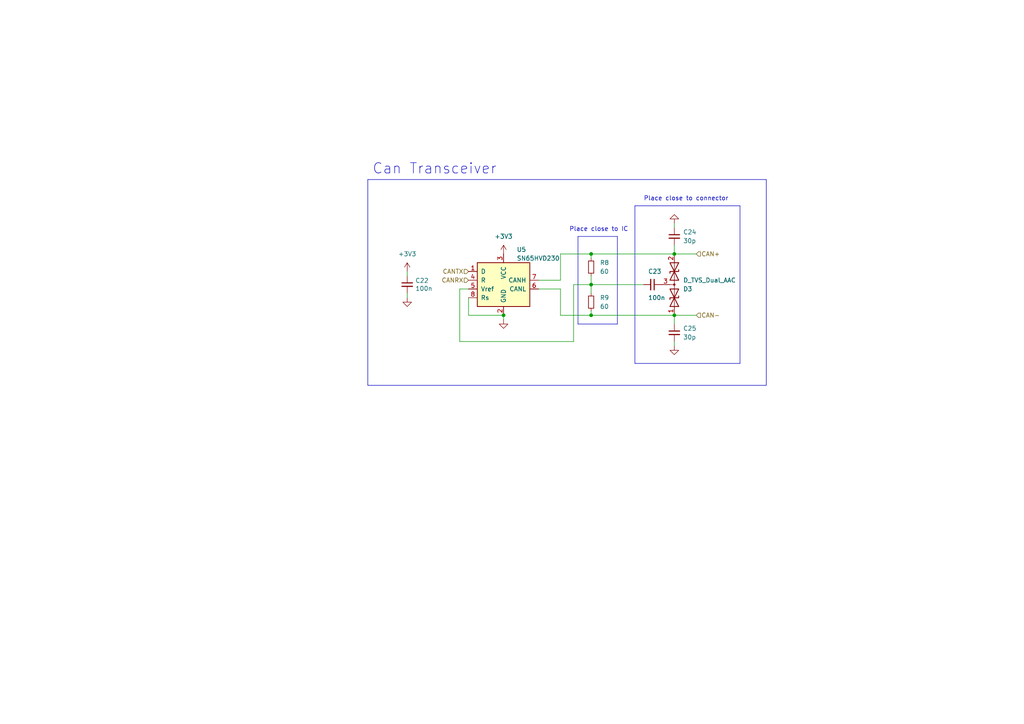
<source format=kicad_sch>
(kicad_sch (version 20230121) (generator eeschema)
  (paper "A4")
  (lib_symbols
    (symbol "Device:C_Small" (pin_numbers hide) (pin_names (offset 0.254) hide)
      (property "Reference" "C" (at 0.254 1.778 0))
      (property "Value" "C_Small" (at 0.254 -2.032 0))
      (symbol "C_Small_0_1"
        (polyline (pts (xy -1.524 -0.508) (xy 1.524 -0.508)) (stroke (width 0.3302)))
        (polyline (pts (xy -1.524 0.508) (xy 1.524 0.508)) (stroke (width 0.3048)))
      )
      (symbol "C_Small_1_1"
        (pin passive line (at 0 2.54 270) (length 2.032) (name "~") (number "1"))
        (pin passive line (at 0 -2.54 90) (length 2.032) (name "~") (number "2"))
      )
    )
    (symbol "Device:D_TVS_Dual_AAC" (pin_names (offset 1.016) hide)
      (property "Reference" "D" (at 0 4.445 0))
      (property "Value" "D_TVS_Dual_AAC" (at 0 2.54 0))
      (symbol "D_TVS_Dual_AAC_0_0"
        (polyline (pts (xy 0 -1.27) (xy 0 0)))
      )
      (symbol "D_TVS_Dual_AAC_0_1"
        (polyline (pts (xy -6.35 0) (xy 6.35 0)))
        (polyline (pts (xy -3.302 1.27) (xy -3.81 1.27) (xy -3.81 -1.27) (xy -4.318 -1.27)) (stroke (width 0.254)))
        (polyline (pts (xy 4.318 1.27) (xy 3.81 1.27) (xy 3.81 -1.27) (xy 3.302 -1.27)) (stroke (width 0.254)))
        (polyline (pts (xy -6.35 1.27) (xy -1.27 -1.27) (xy -1.27 1.27) (xy -6.35 -1.27) (xy -6.35 1.27)) (stroke (width 0.254)))
        (polyline (pts (xy 6.35 1.27) (xy 1.27 -1.27) (xy 1.27 1.27) (xy 6.35 -1.27) (xy 6.35 1.27)) (stroke (width 0.254)))
        (circle (center 0 0) (radius 0.254) (fill (type outline)))
      )
      (symbol "D_TVS_Dual_AAC_1_1"
        (pin passive line (at -8.89 0 0) (length 2.54) (name "A1") (number "1"))
        (pin passive line (at 8.89 0 180) (length 2.54) (name "A2") (number "2"))
        (pin input line (at 0 -3.81 90) (length 2.54) (name "common") (number "3"))
      )
    )
    (symbol "Device:R_Small" (pin_numbers hide) (pin_names (offset 0.254) hide)
      (property "Reference" "R" (at 0.762 0.508 0))
      (property "Value" "R_Small" (at 0.762 -1.016 0))
      (symbol "R_Small_0_1"
        (rectangle (start -0.762 1.778) (end 0.762 -1.778) (stroke (width 0.2032)))
      )
      (symbol "R_Small_1_1"
        (pin passive line (at 0 2.54 270) (length 0.762) (name "~") (number "1"))
        (pin passive line (at 0 -2.54 90) (length 0.762) (name "~") (number "2"))
      )
    )
    (symbol "Interface_CAN_LIN:SN65HVD230" (pin_names (offset 1.016))
      (property "Reference" "U" (at -2.54 10.16 0))
      (property "Value" "SN65HVD230" (at -2.54 7.62 0))
      (symbol "SN65HVD230_0_1"
        (rectangle (start -7.62 5.08) (end 7.62 -7.62) (stroke (width 0.254)) (fill (type background)))
      )
      (symbol "SN65HVD230_1_1"
        (pin input line (at -10.16 2.54 0) (length 2.54) (name "D") (number "1"))
        (pin power_in line (at 0 -10.16 90) (length 2.54) (name "GND") (number "2"))
        (pin power_in line (at 0 7.62 270) (length 2.54) (name "VCC") (number "3"))
        (pin output line (at -10.16 0 0) (length 2.54) (name "R") (number "4"))
        (pin output line (at -10.16 -2.54 0) (length 2.54) (name "Vref") (number "5"))
        (pin bidirectional line (at 10.16 -2.54 180) (length 2.54) (name "CANL") (number "6"))
        (pin bidirectional line (at 10.16 0 180) (length 2.54) (name "CANH") (number "7"))
        (pin input line (at -10.16 -5.08 0) (length 2.54) (name "Rs") (number "8"))
      )
    )
    (symbol "power:+3V3" (power) (pin_names (offset 0))
      (property "Value" "+3V3" (at 0 3.556 0))
      (symbol "+3V3_0_1"
        (polyline (pts (xy -0.762 1.27) (xy 0 2.54)))
        (polyline (pts (xy 0 0) (xy 0 2.54)))
        (polyline (pts (xy 0 2.54) (xy 0.762 1.27)))
      )
      (symbol "+3V3_1_1"
        (pin power_in line (at 0 0 90) (length 0) hide (name "+3V3") (number "1"))
      )
    )
    (symbol "power:GND" (power) (pin_names (offset 0))
      (property "Value" "GND" (at 0 -3.81 0))
      (symbol "GND_0_1"
        (polyline (pts (xy 0 0) (xy 0 -1.27) (xy 1.27 -1.27) (xy 0 -2.54) (xy -1.27 -1.27) (xy 0 -1.27)))
      )
      (symbol "GND_1_1"
        (pin power_in line (at 0 0 270) (length 0) hide (name "GND") (number "1"))
      )
    )
  )
  (junction (at 195.58 73.66))
  (junction (at 171.45 82.55))
  (junction (at 171.45 91.44))
  (junction (at 171.45 73.66))
  (junction (at 146.05 91.44))
  (junction (at 195.58 91.44))
  (polyline (pts (xy 106.68 111.76) (xy 222.25 111.76)))
  (wire (pts (xy 171.45 73.66) (xy 171.45 74.93)))
  (wire (pts (xy 166.37 82.55) (xy 166.37 99.06)))
  (wire (pts (xy 201.93 73.66) (xy 195.58 73.66)))
  (wire (pts (xy 135.89 91.44) (xy 146.05 91.44)))
  (wire (pts (xy 162.56 83.82) (xy 162.56 91.44)))
  (polyline (pts (xy 179.07 68.58) (xy 179.07 93.98)))
  (wire (pts (xy 156.21 83.82) (xy 162.56 83.82)))
  (wire (pts (xy 171.45 82.55) (xy 186.69 82.55)))
  (wire (pts (xy 162.56 91.44) (xy 171.45 91.44)))
  (wire (pts (xy 135.89 83.82) (xy 133.35 83.82)))
  (wire (pts (xy 133.35 99.06) (xy 166.37 99.06)))
  (wire (pts (xy 195.58 91.44) (xy 195.58 93.98)))
  (wire (pts (xy 146.05 92.71) (xy 146.05 91.44)))
  (wire (pts (xy 118.11 78.74) (xy 118.11 80.01)))
  (polyline (pts (xy 184.15 59.69) (xy 214.63 59.69)))
  (polyline (pts (xy 214.63 105.41) (xy 184.15 105.41)))
  (polyline (pts (xy 106.68 52.07) (xy 106.68 111.76)))
  (wire (pts (xy 171.45 73.66) (xy 195.58 73.66)))
  (polyline (pts (xy 222.25 111.76) (xy 222.25 52.07)))
  (polyline (pts (xy 184.15 59.69) (xy 184.15 105.41)))
  (wire (pts (xy 171.45 90.17) (xy 171.45 91.44)))
  (wire (pts (xy 171.45 82.55) (xy 171.45 85.09)))
  (wire (pts (xy 135.89 86.36) (xy 135.89 91.44)))
  (wire (pts (xy 171.45 80.01) (xy 171.45 82.55)))
  (polyline (pts (xy 214.63 59.69) (xy 214.63 105.41)))
  (wire (pts (xy 118.11 85.09) (xy 118.11 86.36)))
  (wire (pts (xy 201.93 91.44) (xy 195.58 91.44)))
  (wire (pts (xy 156.21 81.28) (xy 162.56 81.28)))
  (wire (pts (xy 171.45 91.44) (xy 195.58 91.44)))
  (wire (pts (xy 133.35 83.82) (xy 133.35 99.06)))
  (wire (pts (xy 195.58 66.04) (xy 195.58 64.77)))
  (wire (pts (xy 195.58 99.06) (xy 195.58 100.33)))
  (wire (pts (xy 162.56 81.28) (xy 162.56 73.66)))
  (polyline (pts (xy 106.68 52.07) (xy 222.25 52.07)))
  (polyline (pts (xy 179.07 93.98) (xy 167.64 93.98)))
  (polyline (pts (xy 167.64 68.58) (xy 167.64 93.98)))
  (wire (pts (xy 195.58 73.66) (xy 195.58 71.12)))
  (wire (pts (xy 166.37 82.55) (xy 171.45 82.55)))
  (polyline (pts (xy 167.64 68.58) (xy 179.07 68.58)))
  (wire (pts (xy 162.56 73.66) (xy 171.45 73.66)))
  (text "Can Transceiver\n" (at 107.95 50.8 0) (effects (font (size 3 3)) (justify left bottom)))
  (text "Place close to connector" (at 186.69 58.42 0) (effects (font (size 1.27 1.27)) (justify left bottom)))
  (text "Place close to IC" (at 165.1 67.31 0) (effects (font (size 1.27 1.27)) (justify left bottom)))
  (hierarchical_label "CAN-" (shape input) (at 201.93 91.44 0))
  (hierarchical_label "CANRX" (shape input) (at 135.89 81.28 180))
  (hierarchical_label "CAN+" (shape input) (at 201.93 73.66 0))
  (hierarchical_label "CANTX" (shape input) (at 135.89 78.74 180))
  (symbol (lib_id "power:GND") (at 195.58 64.77 0) (mirror x) (unit 1)
    (property "Reference" "#PWR047" (effects hide))
    (property "Value" "GND" (effects hide))
    (instances (project "PCB" (path "" (reference "#PWR047") (unit 1)) (path "" (reference "#PWR016") (unit 1))))
  )
  (symbol (lib_id "Device:C_Small") (at 189.23 82.55 270) (unit 1)
    (property "Reference" "C23" (at 187.96 78.74 90) (effects (justify left)))
    (property "Value" "100n" (at 187.96 86.36 90) (effects (justify left)))
    (property "Footprint" "Capacitor_SMD:C_0603_1608Metric" (effects hide))
    (property "LCSC" "C307331" (effects hide))
    (instances (project "PCB" (path "" (reference "C23") (unit 1)) (path "" (reference "C26") (unit 1))))
  )
  (symbol (lib_id "Device:C_Small") (at 195.58 96.52 0) (unit 1)
    (property "Reference" "C25" (at 198.12 95.2562 0) (effects (justify left)))
    (property "Value" "30p" (at 198.12 97.7962 0) (effects (justify left)))
    (property "Footprint" "Capacitor_SMD:C_0603_1608Metric" (effects hide))
    (property "LCSC" "C1570" (effects hide))
    (instances (project "PCB" (path "" (reference "C25") (unit 1)) (path "" (reference "C28") (unit 1))))
  )
  (symbol (lib_id "Interface_CAN_LIN:SN65HVD230") (at 146.05 81.28 0) (unit 1)
    (property "Reference" "U5" (at 149.86 72.39 0) (effects (justify left)))
    (property "Value" "SN65HVD230" (at 149.86 74.93 0) (effects (justify left)))
    (property "Footprint" "Package_SO:SOIC-8_3.9x4.9mm_P1.27mm" (effects hide))
    (property "Datasheet" "http://www.ti.com/lit/ds/symlink/sn65hvd230.pdf" (effects hide))
    (property "LCSC" "C12084" (effects hide))
    (instances (project "PCB" (path "" (reference "U5") (unit 1)) (path "" (reference "U1") (unit 1))))
  )
  (symbol (lib_id "power:GND") (at 146.05 92.71 0) (unit 1)
    (property "Reference" "#PWR046" (effects hide))
    (property "Value" "GND" (effects hide))
    (instances (project "PCB" (path "" (reference "#PWR046") (unit 1)) (path "" (reference "#PWR07") (unit 1))))
  )
  (symbol (lib_id "power:+3V3") (at 146.05 73.66 0) (unit 1)
    (property "Reference" "#PWR045" (effects hide))
    (property "Value" "+3V3" (at 146.05 68.58 0))
    (instances (project "PCB" (path "" (reference "#PWR045") (unit 1)) (path "" (reference "#PWR06") (unit 1))))
  )
  (symbol (lib_id "Device:R_Small") (at 171.45 87.63 0) (unit 1)
    (property "Reference" "R9" (at 173.99 86.3599 0) (effects (justify left)))
    (property "Value" "60" (at 173.99 88.8999 0) (effects (justify left)))
    (property "Footprint" "Resistor_SMD:R_0805_2012Metric" (effects hide))
    (property "LCSC" "C441730" (effects hide))
    (instances (project "PCB" (path "" (reference "R9") (unit 1)) (path "" (reference "R10") (unit 1))))
  )
  (symbol (lib_id "Device:R_Small") (at 171.45 77.47 0) (unit 1)
    (property "Reference" "R8" (at 173.99 76.1999 0) (effects (justify left)))
    (property "Value" "60" (at 173.99 78.7399 0) (effects (justify left)))
    (property "Footprint" "Resistor_SMD:R_0805_2012Metric" (effects hide))
    (property "LCSC" "C441730" (effects hide))
    (instances (project "PCB" (path "" (reference "R8") (unit 1)) (path "" (reference "R3") (unit 1))))
  )
  (symbol (lib_id "Device:C_Small") (at 118.11 82.55 0) (unit 1)
    (property "Reference" "C22" (at 120.4468 81.3816 0) (effects (justify left)))
    (property "Value" "100n" (at 120.4468 83.693 0) (effects (justify left)))
    (property "Footprint" "Capacitor_SMD:C_0603_1608Metric" (effects hide))
    (property "LCSC" "C307331" (effects hide))
    (instances (project "PCB" (path "" (reference "C22") (unit 1)) (path "" (reference "C1") (unit 1))))
  )
  (symbol (lib_id "power:GND") (at 195.58 100.33 0) (unit 1)
    (property "Reference" "#PWR048" (effects hide))
    (property "Value" "GND" (effects hide))
    (instances (project "PCB" (path "" (reference "#PWR048") (unit 1)) (path "" (reference "#PWR017") (unit 1))))
  )
  (symbol (lib_id "power:+3V3") (at 118.11 78.74 0) (unit 1)
    (property "Reference" "#PWR043" (effects hide))
    (property "Value" "+3V3" (at 118.11 73.66 0))
    (instances (project "PCB" (path "" (reference "#PWR043") (unit 1)) (path "" (reference "#PWR01") (unit 1))))
  )
  (symbol (lib_id "Device:D_TVS_Dual_AAC") (at 195.58 82.55 270) (mirror x) (unit 1)
    (property "Reference" "D3" (at 198.12 83.8201 90) (effects (justify left)))
    (property "Value" "D_TVS_Dual_AAC" (at 198.12 81.2801 90) (effects (justify left)))
    (property "Footprint" "Package_TO_SOT_SMD:SOT-323_SC-70" (effects hide))
    (property "LCSC" "C151237" (effects hide))
    (instances (project "PCB" (path "" (reference "D3") (unit 1)) (path "" (reference "D4") (unit 1))))
  )
  (symbol (lib_id "power:GND") (at 118.11 86.36 0) (unit 1)
    (property "Reference" "#PWR044" (effects hide))
    (property "Value" "GND" (effects hide))
    (instances (project "PCB" (path "" (reference "#PWR044") (unit 1)) (path "" (reference "#PWR02") (unit 1))))
  )
  (symbol (lib_id "Device:C_Small") (at 195.58 68.58 0) (unit 1)
    (property "Reference" "C24" (at 198.12 67.3162 0) (effects (justify left)))
    (property "Value" "30p" (at 198.12 69.8562 0) (effects (justify left)))
    (property "Footprint" "Capacitor_SMD:C_0603_1608Metric" (effects hide))
    (property "LCSC" "C1570" (effects hide))
    (instances (project "PCB" (path "" (reference "C24") (unit 1)) (path "" (reference "C27") (unit 1))))
  )
)
</source>
